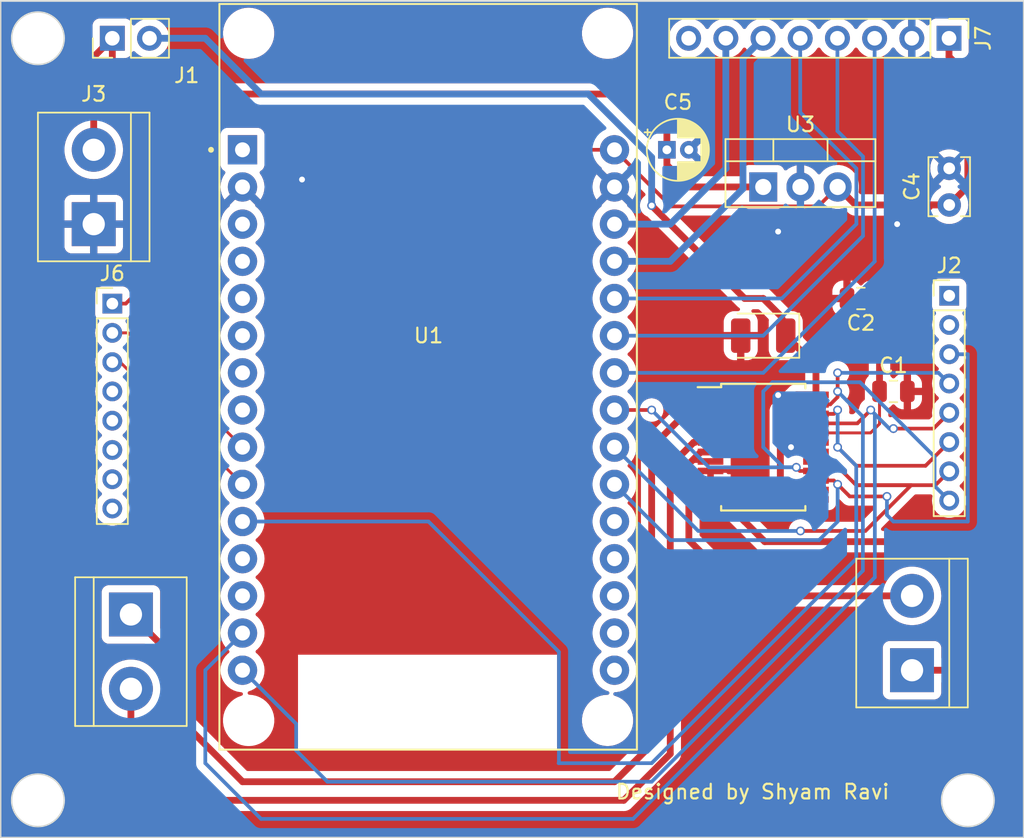
<source format=kicad_pcb>
(kicad_pcb (version 20221018) (generator pcbnew)
  (layers (0 "F.Cu" signal) (31 "B.Cu" signal) (34 "B.Paste" user) (35 "F.Paste" user) (36 "B.SilkS" user "B.Silkscreen") (37 "F.SilkS" user "F.Silkscreen") (38 "B.Mask" user) (39 "F.Mask" user) (44 "Edge.Cuts" user))
  (net 0 "")
  (net 1 "5V")
  (net 2 "GND")
  (net 3 "Net-(J1-Pin_2)")
  (net 4 "V_Batt")
  (net 6 "Net-(J2-Pin_2)")
  (net 7 "PWMB")
  (net 8 "PWMA")
  (net 9 "AIN1")
  (net 10 "AIN2")
  (net 11 "BIN1")
  (net 12 "BIN2")
  (net 13 "Net-(J4-Pin_1)")
  (net 14 "Net-(J4-Pin_2)")
  (net 15 "Net-(J5-Pin_1)")
  (net 16 "Net-(J5-Pin_2)")
  (net 17 "Net-(J6-Pin_2)")
  (net 18 "Net-(J6-Pin_3)")
  (net 19 "3v3")
  (net 24 "IR1")
  (net 25 "IR2")
  (net 26 "Net-(J7-Pin_5)")
  (net 27 "Net-(J7-Pin_6)")
  (net 28 "Net-(J7-Pin_7)")
  (footprint "ESP32-DEVKIT-V1:MODULE_ESP32_DEVKIT_V1" (layer "F.Cu") (at 127 99.335)
    (fp_text reference "U1" (at 0 -2.815) (layer "F.SilkS"))
    (fp_text value "ESP32-DEVKIT-V1")
    (pad "" np_thru_hole circle (at -12.28 -23.475) (size 3 3) (drill 3) (layers "*.Cu" "*.Mask"))
    (pad "" np_thru_hole circle (at -12.28 23.475) (size 3 3) (drill 3) (layers "*.Cu" "*.Mask"))
    (pad "" np_thru_hole circle (at 12.23 -23.475) (size 3 3) (drill 3) (layers "*.Cu" "*.Mask"))
    (pad "" np_thru_hole circle (at 12.23 23.475) (size 3 3) (drill 3) (layers "*.Cu" "*.Mask"))
    (pad "1" thru_hole rect (at -12.7 -15.515) (size 2 2) (drill 1.02) (layers "*.Cu" "*.Mask"))
    (pad "2" thru_hole circle (at -12.7 -12.975) (size 2 2) (drill 1.02) (layers "*.Cu" "*.Mask") (net 2 "GND"))
    (pad "3" thru_hole circle (at -12.7 -10.435) (size 2 2) (drill 1.02) (layers "*.Cu" "*.Mask"))
    (pad "4" thru_hole circle (at -12.7 -7.895) (size 2 2) (drill 1.02) (layers "*.Cu" "*.Mask"))
    (pad "5" thru_hole circle (at -12.7 -5.355) (size 2 2) (drill 1.02) (layers "*.Cu" "*.Mask"))
    (pad "6" thru_hole circle (at -12.7 -2.815) (size 2 2) (drill 1.02) (layers "*.Cu" "*.Mask"))
    (pad "7" thru_hole circle (at -12.7 -0.275) (size 2 2) (drill 1.02) (layers "*.Cu" "*.Mask"))
    (pad "8" thru_hole circle (at -12.7 2.265) (size 2 2) (drill 1.02) (layers "*.Cu" "*.Mask"))
    (pad "9" thru_hole circle (at -12.7 4.805) (size 2 2) (drill 1.02) (layers "*.Cu" "*.Mask") (net 17 "Net-(J6-Pin_2)"))
    (pad "10" thru_hole circle (at -12.7 7.345) (size 2 2) (drill 1.02) (layers "*.Cu" "*.Mask") (net 18 "Net-(J6-Pin_3)"))
    (pad "11" thru_hole circle (at -12.7 9.885) (size 2 2) (drill 1.02) (layers "*.Cu" "*.Mask") (net 10 "AIN2"))
    (pad "12" thru_hole circle (at -12.7 12.425) (size 2 2) (drill 1.02) (layers "*.Cu" "*.Mask"))
    (pad "13" thru_hole circle (at -12.7 14.965) (size 2 2) (drill 1.02) (layers "*.Cu" "*.Mask"))
    (pad "14" thru_hole circle (at -12.7 17.505) (size 2 2) (drill 1.02) (layers "*.Cu" "*.Mask") (net 9 "AIN1"))
    (pad "15" thru_hole circle (at -12.7 20.045) (size 2 2) (drill 1.02) (layers "*.Cu" "*.Mask") (net 8 "PWMA"))
    (pad "16" thru_hole circle (at 12.7 20.045) (size 2 2) (drill 1.02) (layers "*.Cu" "*.Mask"))
    (pad "17" thru_hole circle (at 12.7 17.505) (size 2 2) (drill 1.02) (layers "*.Cu" "*.Mask"))
    (pad "18" thru_hole circle (at 12.7 14.965) (size 2 2) (drill 1.02) (layers "*.Cu" "*.Mask"))
    (pad "19" thru_hole circle (at 12.7 12.425) (size 2 2) (drill 1.02) (layers "*.Cu" "*.Mask"))
    (pad "20" thru_hole circle (at 12.7 9.885) (size 2 2) (drill 1.02) (layers "*.Cu" "*.Mask"))
    (pad "21" thru_hole circle (at 12.7 7.345) (size 2 2) (drill 1.02) (layers "*.Cu" "*.Mask") (net 7 "PWMB"))
    (pad "22" thru_hole circle (at 12.7 4.805) (size 2 2) (drill 1.02) (layers "*.Cu" "*.Mask") (net 11 "BIN1"))
    (pad "23" thru_hole circle (at 12.7 2.265) (size 2 2) (drill 1.02) (layers "*.Cu" "*.Mask") (net 12 "BIN2"))
    (pad "24" thru_hole circle (at 12.7 -0.275) (size 2 2) (drill 1.02) (layers "*.Cu" "*.Mask") (net 24 "IR1"))
    (pad "25" thru_hole circle (at 12.7 -2.815) (size 2 2) (drill 1.02) (layers "*.Cu" "*.Mask") (net 25 "IR2"))
    (pad "26" thru_hole circle (at 12.7 -5.355) (size 2 2) (drill 1.02) (layers "*.Cu" "*.Mask") (net 26 "Net-(J7-Pin_5)"))
    (pad "27" thru_hole circle (at 12.7 -7.895) (size 2 2) (drill 1.02) (layers "*.Cu" "*.Mask") (net 27 "Net-(J7-Pin_6)"))
    (pad "28" thru_hole circle (at 12.7 -10.435) (size 2 2) (drill 1.02) (layers "*.Cu" "*.Mask") (net 28 "Net-(J7-Pin_7)"))
    (pad "29" thru_hole circle (at 12.7 -12.975) (size 2 2) (drill 1.02) (layers "*.Cu" "*.Mask") (net 2 "GND"))
    (pad "30" thru_hole circle (at 12.7 -15.515) (size 2 2) (drill 1.02) (layers "*.Cu" "*.Mask") (net 1 "5V"))
    (zone (net 0) (net_name "") (layer "F.Cu") (connect_pads (clearance 0)) (min_thickness 0.01)
      (keepout (tracks not_allowed) (vias not_allowed) (pads not_allowed) (copperpour not_allowed) (footprints allowed))
      (fill (thermal_gap 0.508) (thermal_bridge_width 0.508))
      (polygon (pts (xy 118.09 118.32) (xy 135.78 118.32) (xy 135.78 124.81) (xy 118.09 124.81)))
    )
    (zone (net 0) (net_name "") (layer "B.Cu") (connect_pads (clearance 0)) (min_thickness 0.01)
      (keepout (tracks not_allowed) (vias not_allowed) (pads not_allowed) (copperpour not_allowed) (footprints allowed))
      (fill (thermal_gap 0.508) (thermal_bridge_width 0.508))
      (polygon (pts (xy 118.09 118.32) (xy 135.78 118.32) (xy 135.78 124.81) (xy 118.09 124.81)))
    )
  )
  (footprint "Connector_PinHeader_2.54mm:PinHeader_1x02_P2.54mm_Vertical" (layer "F.Cu") (at 105.41 76.2 90)
    (fp_text reference "J1" (at -2.54 5.08 180) (layer "F.SilkS"))
    (fp_text value "Conn_01x02_Pin" hide)
    (pad "1" thru_hole rect (at 0 0 90) (size 1.7 1.7) (drill 1) (layers "*.Cu" "*.Mask") (net 4 "V_Batt"))
    (pad "2" thru_hole oval (at 0 2.54 90) (size 1.7 1.7) (drill 1) (layers "*.Cu" "*.Mask") (net 3 "Net-(J1-Pin_2)"))
  )
  (footprint "Capacitor_THT:C_Disc_D3.8mm_W2.6mm_P2.50mm" (layer "F.Cu") (at 162.56 87.59 90)
    (fp_text reference "C4" (at 1.25 -2.55 90) (layer "F.SilkS"))
    (fp_text value "0.1u")
    (pad "1" thru_hole circle (at 0 0 90) (size 1.6 1.6) (drill 0.8) (layers "*.Cu" "*.Mask") (net 1 "5V"))
    (pad "2" thru_hole circle (at 2.5 0 90) (size 1.6 1.6) (drill 0.8) (layers "*.Cu" "*.Mask") (net 2 "GND"))
  )
  (footprint "Connector_PinHeader_2.00mm:PinHeader_1x08_P2.00mm_Vertical" (layer "F.Cu") (at 105.41 94.33)
    (fp_text reference "J6" (at 0 -2.06) (layer "F.SilkS"))
    (fp_text value "Conn_01x08_Pin" hide)
    (pad "1" thru_hole rect (at 0 0) (size 1.35 1.35) (drill 0.8) (layers "*.Cu" "*.Mask") (net 1 "5V"))
    (pad "2" thru_hole oval (at 0 2) (size 1.35 1.35) (drill 0.8) (layers "*.Cu" "*.Mask") (net 17 "Net-(J6-Pin_2)"))
    (pad "3" thru_hole oval (at 0 4) (size 1.35 1.35) (drill 0.8) (layers "*.Cu" "*.Mask") (net 18 "Net-(J6-Pin_3)"))
    (pad "4" thru_hole oval (at 0 6) (size 1.35 1.35) (drill 0.8) (layers "*.Cu" "*.Mask") (net 19 "3v3"))
    (pad "5" thru_hole oval (at 0 8) (size 1.35 1.35) (drill 0.8) (layers "*.Cu" "*.Mask"))
    (pad "6" thru_hole oval (at 0 10) (size 1.35 1.35) (drill 0.8) (layers "*.Cu" "*.Mask"))
    (pad "7" thru_hole oval (at 0 12) (size 1.35 1.35) (drill 0.8) (layers "*.Cu" "*.Mask"))
    (pad "8" thru_hole oval (at 0 14) (size 1.35 1.35) (drill 0.8) (layers "*.Cu" "*.Mask"))
  )
  (footprint "Capacitor_THT:CP_Radial_D4.0mm_P1.50mm" (layer "F.Cu") (at 143.28 83.82)
    (fp_text reference "C5" (at 0.75 -3.25) (layer "F.SilkS"))
    (fp_text value "10uF")
    (pad "1" thru_hole rect (at 0 0) (size 1.2 1.2) (drill 0.6) (layers "*.Cu" "*.Mask") (net 4 "V_Batt"))
    (pad "2" thru_hole circle (at 1.5 0) (size 1.2 1.2) (drill 0.6) (layers "*.Cu" "*.Mask") (net 2 "GND"))
  )
  (footprint "Package_SO:SSOP-24_5.3x8.2mm_P0.65mm" (layer "F.Cu") (at 149.86 104.14)
    (fp_text reference "U2" hide)
    (fp_text value "TB6612FNG")
    (pad "1" smd rect (at -3.6 -3.575) (size 1.75 0.45) (layers "F.Cu" "F.Paste" "F.Mask") (net 13 "Net-(J4-Pin_1)"))
    (pad "2" smd rect (at -3.6 -2.925) (size 1.75 0.45) (layers "F.Cu" "F.Paste" "F.Mask") (net 13 "Net-(J4-Pin_1)"))
    (pad "3" smd rect (at -3.6 -2.275) (size 1.75 0.45) (layers "F.Cu" "F.Paste" "F.Mask") (net 2 "GND"))
    (pad "4" smd rect (at -3.6 -1.625) (size 1.75 0.45) (layers "F.Cu" "F.Paste" "F.Mask") (net 2 "GND"))
    (pad "5" smd rect (at -3.6 -0.975) (size 1.75 0.45) (layers "F.Cu" "F.Paste" "F.Mask") (net 14 "Net-(J4-Pin_2)"))
    (pad "6" smd rect (at -3.6 -0.325) (size 1.75 0.45) (layers "F.Cu" "F.Paste" "F.Mask") (net 14 "Net-(J4-Pin_2)"))
    (pad "7" smd rect (at -3.6 0.325) (size 1.75 0.45) (layers "F.Cu" "F.Paste" "F.Mask") (net 16 "Net-(J5-Pin_2)"))
    (pad "8" smd rect (at -3.6 0.975) (size 1.75 0.45) (layers "F.Cu" "F.Paste" "F.Mask") (net 16 "Net-(J5-Pin_2)"))
    (pad "9" smd rect (at -3.6 1.625) (size 1.75 0.45) (layers "F.Cu" "F.Paste" "F.Mask") (net 2 "GND"))
    (pad "10" smd rect (at -3.6 2.275) (size 1.75 0.45) (layers "F.Cu" "F.Paste" "F.Mask") (net 2 "GND"))
    (pad "11" smd rect (at -3.6 2.925) (size 1.75 0.45) (layers "F.Cu" "F.Paste" "F.Mask") (net 15 "Net-(J5-Pin_1)"))
    (pad "12" smd rect (at -3.6 3.575) (size 1.75 0.45) (layers "F.Cu" "F.Paste" "F.Mask") (net 15 "Net-(J5-Pin_1)"))
    (pad "13" smd rect (at 3.6 3.575) (size 1.75 0.45) (layers "F.Cu" "F.Paste" "F.Mask") (net 3 "Net-(J1-Pin_2)"))
    (pad "14" smd rect (at 3.6 2.925) (size 1.75 0.45) (layers "F.Cu" "F.Paste" "F.Mask") (net 3 "Net-(J1-Pin_2)"))
    (pad "15" smd rect (at 3.6 2.275) (size 1.75 0.45) (layers "F.Cu" "F.Paste" "F.Mask") (net 7 "PWMB"))
    (pad "16" smd rect (at 3.6 1.625) (size 1.75 0.45) (layers "F.Cu" "F.Paste" "F.Mask") (net 12 "BIN2"))
    (pad "17" smd rect (at 3.6 0.975) (size 1.75 0.45) (layers "F.Cu" "F.Paste" "F.Mask") (net 11 "BIN1"))
    (pad "18" smd rect (at 3.6 0.325) (size 1.75 0.45) (layers "F.Cu" "F.Paste" "F.Mask") (net 2 "GND"))
    (pad "19" smd rect (at 3.6 -0.325) (size 1.75 0.45) (layers "F.Cu" "F.Paste" "F.Mask") (net 6 "Net-(J2-Pin_2)"))
    (pad "20" smd rect (at 3.6 -0.975) (size 1.75 0.45) (layers "F.Cu" "F.Paste" "F.Mask") (net 1 "5V"))
    (pad "21" smd rect (at 3.6 -1.625) (size 1.75 0.45) (layers "F.Cu" "F.Paste" "F.Mask") (net 9 "AIN1"))
    (pad "22" smd rect (at 3.6 -2.275) (size 1.75 0.45) (layers "F.Cu" "F.Paste" "F.Mask") (net 10 "AIN2"))
    (pad "23" smd rect (at 3.6 -2.925) (size 1.75 0.45) (layers "F.Cu" "F.Paste" "F.Mask") (net 8 "PWMA"))
    (pad "24" smd rect (at 3.6 -3.575) (size 1.75 0.45) (layers "F.Cu" "F.Paste" "F.Mask") (net 3 "Net-(J1-Pin_2)"))
  )
  (footprint "Capacitor_Tantalum_SMD:CP_EIA-3528-12_Kemet-T" (layer "F.Cu") (at 149.86 96.52 180)
    (fp_text reference "C3" hide)
    (fp_text value "10uF, 20V")
    (pad "1" smd roundrect (at -1.5375 0 180) (size 1.325 2.35) (layers "F.Cu" "F.Paste" "F.Mask") (roundrect_rratio 0.1886792453) (net 3 "Net-(J1-Pin_2)"))
    (pad "2" smd roundrect (at 1.5375 0 180) (size 1.325 2.35) (layers "F.Cu" "F.Paste" "F.Mask") (roundrect_rratio 0.1886792453) (net 2 "GND"))
  )
  (footprint "Capacitor_SMD:C_0805_2012Metric" (layer "F.Cu") (at 158.75 100.33)
    (fp_text reference "C1" (at 0 -1.778) (layer "F.SilkS"))
    (fp_text value "0.1uF")
    (pad "1" smd roundrect (at -0.95 0) (size 1 1.45) (layers "F.Cu" "F.Paste" "F.Mask") (net 1 "5V"))
    (pad "2" smd roundrect (at 0.95 0) (size 1 1.45) (layers "F.Cu" "F.Paste" "F.Mask") (net 2 "GND"))
  )
  (footprint "TerminalBlock:TerminalBlock_bornier-2_P5.08mm" (layer "F.Cu") (at 104.14 88.9 90)
    (fp_text reference "J3" (at 8.89 0 180) (layer "F.SilkS"))
    (fp_text value "Screw_Terminal_01x02" hide)
    (pad "1" thru_hole rect (at 0 0 90) (size 3 3) (drill 1.52) (layers "*.Cu" "*.Mask") (net 2 "GND"))
    (pad "2" thru_hole circle (at 5.08 0 90) (size 3 3) (drill 1.52) (layers "*.Cu" "*.Mask") (net 4 "V_Batt"))
  )
  (footprint "Package_TO_SOT_THT:TO-220-3_Vertical" (layer "F.Cu") (at 149.86 86.36)
    (fp_text reference "U3" (at 2.54 -4.27) (layer "F.SilkS"))
    (fp_text value "LM7805_TO220" hide)
    (pad "1" thru_hole rect (at 0 0) (size 1.905 2) (drill 1.1) (layers "*.Cu" "*.Mask") (net 4 "V_Batt"))
    (pad "2" thru_hole oval (at 2.54 0) (size 1.905 2) (drill 1.1) (layers "*.Cu" "*.Mask") (net 2 "GND"))
    (pad "3" thru_hole oval (at 5.08 0) (size 1.905 2) (drill 1.1) (layers "*.Cu" "*.Mask") (net 1 "5V"))
  )
  (footprint "TerminalBlock:TerminalBlock_bornier-2_P5.08mm" (layer "F.Cu") (at 160.02 119.38 90)
    (fp_text reference "J5" hide)
    (fp_text value "Motor 2")
    (pad "1" thru_hole rect (at 0 0 90) (size 3 3) (drill 1.52) (layers "*.Cu" "*.Mask") (net 15 "Net-(J5-Pin_1)"))
    (pad "2" thru_hole circle (at 5.08 0 90) (size 3 3) (drill 1.52) (layers "*.Cu" "*.Mask") (net 16 "Net-(J5-Pin_2)"))
  )
  (footprint "TerminalBlock:TerminalBlock_bornier-2_P5.08mm" (layer "F.Cu") (at 106.68 115.57 -90)
    (fp_text reference "J4" hide)
    (fp_text value "Motor 1")
    (pad "1" thru_hole rect (at 0 0 270) (size 3 3) (drill 1.52) (layers "*.Cu" "*.Mask") (net 13 "Net-(J4-Pin_1)"))
    (pad "2" thru_hole circle (at 5.08 0 270) (size 3 3) (drill 1.52) (layers "*.Cu" "*.Mask") (net 14 "Net-(J4-Pin_2)"))
  )
  (footprint "Capacitor_SMD:C_0805_2012Metric" (layer "F.Cu") (at 156.53 93.98 180)
    (fp_text reference "C2" (at 0 -1.68) (layer "F.SilkS"))
    (fp_text value "0.1uF")
    (pad "1" smd roundrect (at -0.95 0 180) (size 1 1.45) (layers "F.Cu" "F.Paste" "F.Mask") (net 3 "Net-(J1-Pin_2)"))
    (pad "2" smd roundrect (at 0.95 0 180) (size 1 1.45) (layers "F.Cu" "F.Paste" "F.Mask") (net 2 "GND"))
  )
  (footprint "Connector_PinHeader_2.54mm:PinHeader_1x08_P2.54mm_Vertical" (layer "F.Cu") (at 162.545 76.2 -90)
    (fp_text reference "J7" (at 0 -2.33 -90) (layer "F.SilkS"))
    (fp_text value "IR Sensor")
    (pad "1" thru_hole rect (at 0 0 270) (size 1.7 1.7) (drill 1) (layers "*.Cu" "*.Mask") (net 1 "5V"))
    (pad "2" thru_hole oval (at 0 2.54 270) (size 1.7 1.7) (drill 1) (layers "*.Cu" "*.Mask") (net 2 "GND"))
    (pad "3" thru_hole oval (at 0 5.08 270) (size 1.7 1.7) (drill 1) (layers "*.Cu" "*.Mask") (net 24 "IR1"))
    (pad "4" thru_hole oval (at 0 7.62 270) (size 1.7 1.7) (drill 1) (layers "*.Cu" "*.Mask") (net 25 "IR2"))
    (pad "5" thru_hole oval (at 0 10.16 270) (size 1.7 1.7) (drill 1) (layers "*.Cu" "*.Mask") (net 26 "Net-(J7-Pin_5)"))
    (pad "6" thru_hole oval (at 0 12.7 270) (size 1.7 1.7) (drill 1) (layers "*.Cu" "*.Mask") (net 27 "Net-(J7-Pin_6)"))
    (pad "7" thru_hole oval (at 0 15.24 270) (size 1.7 1.7) (drill 1) (layers "*.Cu" "*.Mask") (net 28 "Net-(J7-Pin_7)"))
    (pad "8" thru_hole oval (at 0 17.78 270) (size 1.7 1.7) (drill 1) (layers "*.Cu" "*.Mask"))
  )
  (footprint "Connector_PinHeader_2.00mm:PinHeader_1x08_P2.00mm_Vertical" (layer "F.Cu") (at 162.56 93.79)
    (fp_text reference "J2" (at 0 -2.06) (layer "F.SilkS"))
    (fp_text value "Conn_01x08_Pin" hide)
    (pad "1" thru_hole rect (at 0 0) (size 1.35 1.35) (drill 0.8) (layers "*.Cu" "*.Mask"))
    (pad "2" thru_hole oval (at 0 2) (size 1.35 1.35) (drill 0.8) (layers "*.Cu" "*.Mask") (net 6 "Net-(J2-Pin_2)"))
    (pad "3" thru_hole oval (at 0 4) (size 1.35 1.35) (drill 0.8) (layers "*.Cu" "*.Mask") (net 7 "PWMB"))
    (pad "4" thru_hole oval (at 0 6) (size 1.35 1.35) (drill 0.8) (layers "*.Cu" "*.Mask") (net 8 "PWMA"))
    (pad "5" thru_hole oval (at 0 8) (size 1.35 1.35) (drill 0.8) (layers "*.Cu" "*.Mask") (net 9 "AIN1"))
    (pad "6" thru_hole oval (at 0 10) (size 1.35 1.35) (drill 0.8) (layers "*.Cu" "*.Mask") (net 10 "AIN2"))
    (pad "7" thru_hole oval (at 0 12) (size 1.35 1.35) (drill 0.8) (layers "*.Cu" "*.Mask") (net 11 "BIN1"))
    (pad "8" thru_hole oval (at 0 14) (size 1.35 1.35) (drill 0.8) (layers "*.Cu" "*.Mask") (net 12 "BIN2"))
  )
  (gr_circle (center 100.33 76.2) (end 99.06 74.93) (stroke (width 0.1)) (fill none) (layer "Edge.Cuts"))
  (gr_circle (center 100.33 128.27) (end 99.06 127) (stroke (width 0.1)) (fill none) (layer "Edge.Cuts"))
  (gr_rect (start 97.79 73.66) (end 167.64 130.81) (stroke (width 0.1)) (fill none) (layer "Edge.Cuts"))
  (gr_circle (center 163.83 128.27) (end 162.56 127) (stroke (width 0.1)) (fill none) (layer "Edge.Cuts"))
  (gr_text "Designed by Shyam Ravi" (at 139.7 128.27) (layer "F.SilkS") (effects (font (size 1 1)) (justify left bottom)))
  (segment (start 113.03 81.28) (end 107.95 86.36) (width 0.254) (layer "F.Cu") (net 1))
  (segment (start 157.8 100.33) (end 157.8 97.47) (width 0.464) (layer "F.Cu") (net 1))
  (segment (start 156.17 87.59) (end 154.94 86.36) (width 0.464) (layer "F.Cu") (net 1))
  (segment (start 157.185 103.165) (end 153.46 103.165) (width 0.2) (layer "F.Cu") (net 1))
  (segment (start 161.33 87.59) (end 162.56 87.59) (width 0.464) (layer "F.Cu") (net 1))
  (segment (start 118.11 81.28) (end 113.03 81.28) (width 0.254) (layer "F.Cu") (net 1))
  (segment (start 107.95 86.36) (end 107.95 92.71) (width 0.254) (layer "F.Cu") (net 1))
  (segment (start 120.65 83.82) (end 118.11 81.28) (width 0.254) (layer "F.Cu") (net 1))
  (segment (start 162.56 87.59) (end 163.83 86.32) (width 0.464) (layer "F.Cu") (net 1))
  (segment (start 160.02 88.9) (end 161.33 87.59) (width 0.464) (layer "F.Cu") (net 1))
  (segment (start 143.567 87.687) (end 153.613 87.687) (width 0.254) (layer "F.Cu") (net 1))
  (segment (start 162.56 87.59) (end 156.17 87.59) (width 0.464) (layer "F.Cu") (net 1))
  (segment (start 106.33 94.33) (end 105.41 94.33) (width 0.254) (layer "F.Cu") (net 1))
  (segment (start 162.545 77.455) (end 162.545 76.2) (width 0.464) (layer "F.Cu") (net 1))
  (segment (start 153.613 87.687) (end 154.94 86.36) (width 0.254) (layer "F.Cu") (net 1))
  (segment (start 107.95 92.71) (end 106.33 94.33) (width 0.254) (layer "F.Cu") (net 1))
  (segment (start 139.7 83.82) (end 120.65 83.82) (width 0.254) (layer "F.Cu") (net 1))
  (segment (start 163.83 78.74) (end 162.545 77.455) (width 0.464) (layer "F.Cu") (net 1))
  (segment (start 139.7 83.82) (end 143.567 87.687) (width 0.254) (layer "F.Cu") (net 1))
  (segment (start 160.02 95.25) (end 160.02 88.9) (width 0.464) (layer "F.Cu") (net 1))
  (segment (start 163.83 86.32) (end 163.83 78.74) (width 0.464) (layer "F.Cu") (net 1))
  (segment (start 157.8 97.47) (end 160.02 95.25) (width 0.464) (layer "F.Cu") (net 1))
  (segment (start 157.8 100.33) (end 157.8 102.55) (width 0.2) (layer "F.Cu") (net 1))
  (segment (start 157.8 102.55) (end 157.185 103.165) (width 0.2) (layer "F.Cu") (net 1))
  (segment (start 148.59 101.6) (end 148.325 101.865) (width 0.254) (layer "F.Cu") (net 2))
  (segment (start 152.0815 104.465) (end 153.46 104.465) (width 0.254) (layer "F.Cu") (net 2))
  (segment (start 148.325 101.865) (end 146.26 101.865) (width 0.254) (layer "F.Cu") (net 2))
  (segment (start 146.26 105.765) (end 147.675 105.765) (width 0.254) (layer "F.Cu") (net 2))
  (segment (start 147.675 102.515) (end 148.59 101.6) (width 0.254) (layer "F.Cu") (net 2))
  (segment (start 148.325 106.415) (end 146.26 106.415) (width 0.254) (layer "F.Cu") (net 2))
  (segment (start 146.26 102.515) (end 147.675 102.515) (width 0.254) (layer "F.Cu") (net 2))
  (segment (start 151.7565 104.14) (end 152.0815 104.465) (width 0.254) (layer "F.Cu") (net 2))
  (segment (start 147.675 105.765) (end 148.325 106.415) (width 0.254) (layer "F.Cu") (net 2))
  (via (at 151.7565 104.14) (size 0.6) (drill 0.4) (layers "F.Cu" "B.Cu") (net 2))
  (via (at 159.004 88.9) (size 0.6) (drill 0.4) (layers "F.Cu" "B.Cu") (net 2))
  (via (at 150.876 89.408) (size 0.6) (drill 0.4) (layers "F.Cu" "B.Cu") (net 2))
  (via (at 150.876 100.584) (size 0.6) (drill 0.4) (layers "F.Cu" "B.Cu") (net 2))
  (via (at 118.364 85.852) (size 0.6) (drill 0.4) (layers "F.Cu" "B.Cu") (net 2))
  (segment (start 152.331 100.565) (end 153.46 100.565) (width 0.254) (layer "F.Cu") (net 3))
  (segment (start 151.0245 106.5745) (end 151.0245 101.6865) (width 0.464) (layer "F.Cu") (net 3))
  (segment (start 151.3975 95.5175) (end 151.3975 96.52) (width 0.254) (layer "F.Cu") (net 3))
  (segment (start 151.13 106.68) (end 151.522 107.072) (width 0.464) (layer "F.Cu") (net 3))
  (segment (start 151.515 107.065) (end 151.13 106.68) (width 0.254) (layer "F.Cu") (net 3))
  (segment (start 157.48 93.98) (end 157.48 94.5625) (width 0.464) (layer "F.Cu") (net 3))
  (segment (start 152.153 100.558) (end 153.46 100.558) (width 0.464) (layer "F.Cu") (net 3))
  (segment (start 142.24 87.63) (end 148.59 93.98) (width 0.464) (layer "F.Cu") (net 3))
  (segment (start 151.13 106.68) (end 151.13 101.766) (width 0.254) (layer "F.Cu") (net 3))
  (segment (start 153.46 107.065) (end 151.515 107.065) (width 0.254) (layer "F.Cu") (net 3))
  (segment (start 157.48 94.5625) (end 153.46 98.5825) (width 0.464) (layer "F.Cu") (net 3))
  (segment (start 149.86 93.98) (end 151.13 95.25) (width 0.464) (layer "F.Cu") (net 3))
  (segment (start 153.46 100.33) (end 153.46 100.565) (width 0.254) (layer "F.Cu") (net 3))
  (segment (start 148.59 93.98) (end 149.86 93.98) (width 0.464) (layer "F.Cu") (net 3))
  (segment (start 151.0245 101.6865) (end 152.153 100.558) (width 0.464) (layer "F.Cu") (net 3))
  (segment (start 153.46 107.715) (end 153.46 107.065) (width 0.254) (layer "F.Cu") (net 3))
  (segment (start 151.13 106.68) (end 151.0245 106.5745) (width 0.464) (layer "F.Cu") (net 3))
  (segment (start 151.13 95.25) (end 151.3975 95.5175) (width 0.254) (layer "F.Cu") (net 3))
  (segment (start 153.46 98.5825) (end 153.46 100.33) (width 0.464) (layer "F.Cu") (net 3))
  (segment (start 151.3975 96.52) (end 153.46 98.5825) (width 0.464) (layer "F.Cu") (net 3))
  (segment (start 151.13 101.766) (end 152.331 100.565) (width 0.254) (layer "F.Cu") (net 3))
  (segment (start 151.522 107.072) (end 153.46 107.072) (width 0.464) (layer "F.Cu") (net 3))
  (via (at 142.24 87.63) (size 0.6) (drill 0.4) (layers "F.Cu" "B.Cu") (net 3))
  (segment (start 137.915154 80.01) (end 137.766662 80.01) (width 0.464) (layer "B.Cu") (net 3))
  (segment (start 137.766662 80.01) (end 115.57 80.01) (width 0.464) (layer "B.Cu") (net 3))
  (segment (start 142.24 87.63) (end 142.24 84.334846) (width 0.464) (layer "B.Cu") (net 3))
  (segment (start 142.24 84.334846) (end 137.915154 80.01) (width 0.464) (layer "B.Cu") (net 3))
  (segment (start 111.76 76.2) (end 107.95 76.2) (width 0.464) (layer "B.Cu") (net 3))
  (segment (start 115.57 80.01) (end 111.76 76.2) (width 0.464) (layer "B.Cu") (net 3))
  (segment (start 140.97 80.01) (end 143.28 82.32) (width 0.464) (layer "F.Cu") (net 4))
  (segment (start 143.28 83.82) (end 143.28 84.86) (width 0.464) (layer "F.Cu") (net 4))
  (segment (start 144.78 86.36) (end 149.86 86.36) (width 0.464) (layer "F.Cu") (net 4))
  (segment (start 105.41 76.2) (end 105.41 78.74) (width 0.464) (layer "F.Cu") (net 4))
  (segment (start 143.28 84.86) (end 144.78 86.36) (width 0.464) (layer "F.Cu") (net 4))
  (segment (start 143.28 82.32) (end 143.28 83.82) (width 0.464) (layer "F.Cu") (net 4))
  (segment (start 105.41 78.74) (end 106.68 80.01) (width 0.464) (layer "F.Cu") (net 4))
  (segment (start 104.14 77.47) (end 105.41 76.2) (width 0.464) (layer "F.Cu") (net 4))
  (segment (start 104.14 83.82) (end 104.14 77.47) (width 0.464) (layer "F.Cu") (net 4))
  (segment (start 106.68 80.01) (end 140.97 80.01) (width 0.464) (layer "F.Cu") (net 4))
  (segment (start 158.306997 107.506997) (end 155.766997 107.506997) (width 0.254) (layer "F.Cu") (net 7))
  (segment (start 154.675 106.415) (end 153.46 106.415) (width 0.254) (layer "F.Cu") (net 7))
  (segment (start 155.766997 107.506997) (end 154.94 106.68) (width 0.254) (layer "F.Cu") (net 7))
  (segment (start 154.94 106.68) (end 154.675 106.415) (width 0.254) (layer "F.Cu") (net 7))
  (via (at 158.306997 107.506997) (size 0.6) (drill 0.4) (layers "F.Cu" "B.Cu") (net 7))
  (via (at 154.94 106.68) (size 0.6) (drill 0.4) (layers "F.Cu" "B.Cu") (net 7))
  (segment (start 158.306997 107.506997) (end 158.306997 108.776997) (width 0.254) (layer "B.Cu") (net 7))
  (segment (start 163.83 109.22) (end 163.83 97.79) (width 0.254) (layer "B.Cu") (net 7))
  (segment (start 153.67 110.49) (end 154.94 109.22) (width 0.254) (layer "B.Cu") (net 7))
  (segment (start 139.7 106.68) (end 143.51 110.49) (width 0.254) (layer "B.Cu") (net 7))
  (segment (start 158.306997 108.776997) (end 158.75 109.22) (width 0.254) (layer "B.Cu") (net 7))
  (segment (start 158.75 109.22) (end 163.83 109.22) (width 0.254) (layer "B.Cu") (net 7))
  (segment (start 154.94 109.22) (end 154.94 106.68) (width 0.254) (layer "B.Cu") (net 7))
  (segment (start 163.83 97.79) (end 162.56 97.79) (width 0.254) (layer "B.Cu") (net 7))
  (segment (start 143.51 110.49) (end 153.67 110.49) (width 0.254) (layer "B.Cu") (net 7))
  (segment (start 154.94 100.713288) (end 154.438288 101.215) (width 0.254) (layer "F.Cu") (net 8))
  (segment (start 154.94 100.33) (end 154.94 100.713288) (width 0.254) (layer "F.Cu") (net 8))
  (segment (start 154.438288 101.215) (end 153.46 101.215) (width 0.254) (layer "F.Cu") (net 8))
  (segment (start 154.94 99.06) (end 154.94 100.33) (width 0.254) (layer "F.Cu") (net 8))
  (via (at 154.94 100.33) (size 0.6) (drill 0.4) (layers "F.Cu" "B.Cu") (net 8))
  (via (at 154.94 99.06) (size 0.6) (drill 0.4) (layers "F.Cu" "B.Cu") (net 8))
  (segment (start 155.583 100.973) (end 154.94 100.33) (width 0.254) (layer "B.Cu") (net 8))
  (segment (start 156.664 102.054) (end 156.21 101.6) (width 0.254) (layer "B.Cu") (net 8))
  (segment (start 142.24 127) (end 156.664 112.576) (width 0.254) (layer "B.Cu") (net 8))
  (segment (start 156.21 101.6) (end 155.583 100.973) (width 0.254) (layer "B.Cu") (net 8))
  (segment (start 161.83 99.06) (end 154.94 99.06) (width 0.254) (layer "B.Cu") (net 8))
  (segment (start 120.100394 127) (end 142.24 127) (width 0.254) (layer "B.Cu") (net 8))
  (segment (start 156.664 112.576) (end 156.664 102.054) (width 0.254) (layer "B.Cu") (net 8))
  (segment (start 162.56 99.79) (end 161.83 99.06) (width 0.254) (layer "B.Cu") (net 8))
  (segment (start 114.3 119.38) (end 117.963 123.043) (width 0.254) (layer "B.Cu") (net 8))
  (segment (start 117.963 124.862606) (end 120.100394 127) (width 0.254) (layer "B.Cu") (net 8))
  (segment (start 117.963 123.043) (end 117.963 124.862606) (width 0.254) (layer "B.Cu") (net 8))
  (segment (start 161.48 102.87) (end 158.75 102.87) (width 0.254) (layer "F.Cu") (net 9))
  (segment (start 162.56 101.79) (end 161.48 102.87) (width 0.254) (layer "F.Cu") (net 9))
  (segment (start 156.2855 102.515) (end 153.46 102.515) (width 0.254) (layer "F.Cu") (net 9))
  (segment (start 157.2005 101.6) (end 156.2855 102.515) (width 0.254) (layer "F.Cu") (net 9))
  (via (at 157.2005 101.6) (size 0.6) (drill 0.4) (layers "F.Cu" "B.Cu") (net 9))
  (via (at 158.75 102.87) (size 0.6) (drill 0.4) (layers "F.Cu" "B.Cu") (net 9))
  (segment (start 158.75 102.87) (end 158.4705 102.87) (width 0.254) (layer "B.Cu") (net 9))
  (segment (start 111.76 119.38) (end 114.3 116.84) (width 0.254) (layer "B.Cu") (net 9))
  (segment (start 111.76 125.73) (end 111.76 119.38) (width 0.254) (layer "B.Cu") (net 9))
  (segment (start 157.48 113.03) (end 140.97 129.54) (width 0.254) (layer "B.Cu") (net 9))
  (segment (start 157.48 101.8795) (end 157.48 113.03) (width 0.254) (layer "B.Cu") (net 9))
  (segment (start 158.4705 102.87) (end 157.2005 101.6) (width 0.254) (layer "B.Cu") (net 9))
  (segment (start 157.2005 101.6) (end 157.48 101.8795) (width 0.254) (layer "B.Cu") (net 9))
  (segment (start 140.97 129.54) (end 115.57 129.54) (width 0.254) (layer "B.Cu") (net 9))
  (segment (start 115.57 129.54) (end 111.76 125.73) (width 0.254) (layer "B.Cu") (net 9))
  (segment (start 154.675 101.865) (end 153.46 101.865) (width 0.254) (layer "F.Cu") (net 10))
  (segment (start 156.21 105.41) (end 160.94 105.41) (width 0.254) (layer "F.Cu") (net 10))
  (segment (start 154.94 101.6) (end 154.675 101.865) (width 0.254) (layer "F.Cu") (net 10))
  (segment (start 160.94 105.41) (end 162.56 103.79) (width 0.254) (layer "F.Cu") (net 10))
  (segment (start 154.94 104.14) (end 156.21 105.41) (width 0.254) (layer "F.Cu") (net 10))
  (via (at 154.94 101.6) (size 0.6) (drill 0.4) (layers "F.Cu" "B.Cu") (net 10))
  (via (at 154.94 104.14) (size 0.6) (drill 0.4) (layers "F.Cu" "B.Cu") (net 10))
  (segment (start 127 109.22) (end 135.907 118.127) (width 0.254) (layer "B.Cu") (net 10))
  (segment (start 142.24 125.73) (end 156.21 111.76) (width 0.254) (layer "B.Cu") (net 10))
  (segment (start 114.3 109.22) (end 127 109.22) (width 0.254) (layer "B.Cu") (net 10))
  (segment (start 156.21 105.41) (end 154.94 104.14) (width 0.254) (layer "B.Cu") (net 10))
  (segment (start 154.94 104.14) (end 154.94 101.6) (width 0.254) (layer "B.Cu") (net 10))
  (segment (start 156.21 111.76) (end 156.21 105.41) (width 0.254) (layer "B.Cu") (net 10))
  (segment (start 135.89 125.73) (end 142.24 125.73) (width 0.254) (layer "B.Cu") (net 10))
  (segment (start 135.907 125.713) (end 135.89 125.73) (width 0.254) (layer "B.Cu") (net 10))
  (segment (start 135.907 118.127) (end 135.907 125.713) (width 0.254) (layer "B.Cu") (net 10))
  (segment (start 156.8365 109.8635) (end 159.964 106.736) (width 0.254) (layer "F.Cu") (net 11))
  (segment (start 154.589 105.115) (end 153.46 105.115) (width 0.254) (layer "F.Cu") (net 11))
  (segment (start 156.21 106.736) (end 154.589 105.115) (width 0.254) (layer "F.Cu") (net 11))
  (segment (start 159.964 106.736) (end 156.21 106.736) (width 0.254) (layer "F.Cu") (net 11))
  (segment (start 161.614 106.736) (end 156.21 106.736) (width 0.254) (layer "F.Cu") (net 11))
  (segment (start 152.4 109.8635) (end 156.8365 109.8635) (width 0.254) (layer "F.Cu") (net 11))
  (segment (start 162.56 105.79) (end 161.614 106.736) (width 0.254) (layer "F.Cu") (net 11))
  (via (at 152.4 109.8635) (size 0.6) (drill 0.4) (layers "F.Cu" "B.Cu") (net 11))
  (segment (start 139.7 104.14) (end 145.4235 109.8635) (width 0.254) (layer "B.Cu") (net 11))
  (segment (start 145.4235 109.8635) (end 152.4 109.8635) (width 0.254) (layer "B.Cu") (net 11))
  (segment (start 153.46 105.765) (end 152.366053 105.765) (width 0.254) (layer "F.Cu") (net 12))
  (segment (start 139.7 101.6) (end 142.24 101.6) (width 0.254) (layer "F.Cu") (net 12))
  (segment (start 152.366053 105.765) (end 152.117823 105.51677) (width 0.254) (layer "F.Cu") (net 12))
  (via (at 142.24 101.6) (size 0.6) (drill 0.4) (layers "F.Cu" "B.Cu") (net 12))
  (via (at 152.117823 105.51677) (size 0.6) (drill 0.4) (layers "F.Cu" "B.Cu") (net 12))
  (segment (start 161.558 106.788) (end 162.56 107.79) (width 0.254) (layer "B.Cu") (net 12))
  (segment (start 152.117823 105.51677) (end 151.23677 105.51677) (width 0.254) (layer "B.Cu") (net 12))
  (segment (start 149.86 104.14) (end 149.86 100.33) (width 0.254) (layer "B.Cu") (net 12))
  (segment (start 152.117823 105.51677) (end 152.117823 105.692177) (width 0.254) (layer "B.Cu") (net 12))
  (segment (start 146.15677 105.51677) (end 152.117823 105.51677) (width 0.254) (layer "B.Cu") (net 12))
  (segment (start 142.24 101.6) (end 146.15677 105.51677) (width 0.254) (layer "B.Cu") (net 12))
  (segment (start 156.469712 99.703) (end 161.558 104.791288) (width 0.254) (layer "B.Cu") (net 12))
  (segment (start 151.23677 105.51677) (end 149.86 104.14) (width 0.254) (layer "B.Cu") (net 12))
  (segment (start 149.86 100.33) (end 150.487 99.703) (width 0.254) (layer "B.Cu") (net 12))
  (segment (start 161.558 104.791288) (end 161.558 106.788) (width 0.254) (layer "B.Cu") (net 12))
  (segment (start 150.487 99.703) (end 156.469712 99.703) (width 0.254) (layer "B.Cu") (net 12))
  (segment (start 109.22 118.11) (end 106.68 115.57) (width 0.464) (layer "F.Cu") (net 13))
  (segment (start 145.185 101.215) (end 146.26 101.215) (width 0.2) (layer "F.Cu") (net 13))
  (segment (start 114.3 127) (end 109.22 121.92) (width 0.464) (layer "F.Cu") (net 13))
  (segment (start 109.22 121.92) (end 109.22 118.11) (width 0.464) (layer "F.Cu") (net 13))
  (segment (start 146.26 100.565) (end 146.26 101.208) (width 0.464) (layer "F.Cu") (net 13))
  (segment (start 145.185 101.215) (end 145.61 101.215) (width 0.254) (layer "F.Cu") (net 13))
  (segment (start 142.24 124.46) (end 139.7 127) (width 0.464) (layer "F.Cu") (net 13))
  (segment (start 139.7 127) (end 114.3 127) (width 0.464) (layer "F.Cu") (net 13))
  (segment (start 146.26 100.565) (end 145.815 100.565) (width 0.464) (layer "F.Cu") (net 13))
  (segment (start 146.26 101.215) (end 145.165 101.215) (width 0.254) (layer "F.Cu") (net 13))
  (segment (start 145.815 100.565) (end 144.78 101.6) (width 0.464) (layer "F.Cu") (net 13))
  (segment (start 145.165 101.215) (end 144.78 101.6) (width 0.254) (layer "F.Cu") (net 13))
  (segment (start 144.78 101.6) (end 142.24 104.14) (width 0.464) (layer "F.Cu") (net 13))
  (segment (start 142.24 104.14) (end 142.24 124.46) (width 0.464) (layer "F.Cu") (net 13))
  (segment (start 145.61 101.215) (end 146.26 100.565) (width 0.254) (layer "F.Cu") (net 13))
  (segment (start 146.26 100.565) (end 146.26 101.215) (width 0.2) (layer "F.Cu") (net 13))
  (segment (start 146.26 103.815) (end 146.26 103.165) (width 0.2) (layer "F.Cu") (net 14))
  (segment (start 145.185 103.815) (end 145.828 103.172) (width 0.464) (layer "F.Cu") (net 14))
  (segment (start 143.51 105.41) (end 143.51 125.095) (width 0.464) (layer "F.Cu") (net 14))
  (segment (start 145.185 103.815) (end 145.105 103.815) (width 0.464) (layer "F.Cu") (net 14))
  (segment (start 146.26 103.815) (end 145.185 103.815) (width 0.2) (layer "F.Cu") (net 14))
  (segment (start 143.51 125.095) (end 140.335 128.27) (width 0.464) (layer "F.Cu") (net 14))
  (segment (start 111.76 128.27) (end 106.68 123.19) (width 0.464) (layer "F.Cu") (net 14))
  (segment (start 145.828 103.172) (end 146.26 103.172) (width 0.464) (layer "F.Cu") (net 14))
  (segment (start 140.335 128.27) (end 111.76 128.27) (width 0.464) (layer "F.Cu") (net 14))
  (segment (start 106.68 123.19) (end 106.68 120.65) (width 0.464) (layer "F.Cu") (net 14))
  (segment (start 145.105 103.815) (end 143.51 105.41) (width 0.464) (layer "F.Cu") (net 14))
  (segment (start 147.085 107.715) (end 146.26 107.715) (width 0.464) (layer "F.Cu") (net 15))
  (segment (start 162.56 119.38) (end 160.02 119.38) (width 0.464) (layer "F.Cu") (net 15))
  (segment (start 146.442 107.072) (end 146.26 107.072) (width 0.464) (layer "F.Cu") (net 15))
  (segment (start 149.9655 110.5955) (end 162.6655 110.5955) (width 0.464) (layer "F.Cu") (net 15))
  (segment (start 149.86 110.49) (end 148.59 109.22) (width 0.464) (layer "F.Cu") (net 15))
  (segment (start 149.86 110.49) (end 149.9655 110.5955) (width 0.464) (layer "F.Cu") (net 15))
  (segment (start 148.59 109.22) (end 146.442 107.072) (width 0.464) (layer "F.Cu") (net 15))
  (segment (start 148.59 109.22) (end 147.085 107.715) (width 0.464) (layer "F.Cu") (net 15))
  (segment (start 147.085 107.715) (end 149.86 110.49) (width 0.254) (layer "F.Cu") (net 15))
  (segment (start 163.83 111.76) (end 163.83 118.11) (width 0.464) (layer "F.Cu") (net 15))
  (segment (start 162.6655 110.5955) (end 163.83 111.76) (width 0.464) (layer "F.Cu") (net 15))
  (segment (start 163.83 118.11) (end 162.56 119.38) (width 0.464) (layer "F.Cu") (net 15))
  (segment (start 146.26 107.065) (end 146.26 107.715) (width 0.2) (layer "F.Cu") (net 15))
  (segment (start 145.075 105.115) (end 144.78 105.41) (width 0.2) (layer "F.Cu") (net 16))
  (segment (start 146.26 104.465) (end 145.725 104.465) (width 0.2) (layer "F.Cu") (net 16))
  (segment (start 144.78 105.41) (end 144.78 105.281) (width 0.464) (layer "F.Cu") (net 16))
  (segment (start 148.59 114.3) (end 160.02 114.3) (width 0.464) (layer "F.Cu") (net 16))
  (segment (start 146.26 105.115) (end 145.075 105.115) (width 0.2) (layer "F.Cu") (net 16))
  (segment (start 145.725 104.465) (end 144.78 105.41) (width 0.2) (layer "F.Cu") (net 16))
  (segment (start 145.589 104.472) (end 146.26 104.472) (width 0.464) (layer "F.Cu") (net 16))
  (segment (start 144.78 110.49) (end 148.59 114.3) (width 0.464) (layer "F.Cu") (net 16))
  (segment (start 144.78 105.41) (end 144.78 110.49) (width 0.464) (layer "F.Cu") (net 16))
  (segment (start 144.78 105.281) (end 145.589 104.472) (width 0.464) (layer "F.Cu") (net 16))
  (segment (start 106.49 96.33) (end 105.41 96.33) (width 0.2) (layer "F.Cu") (net 17))
  (segment (start 114.3 104.14) (end 106.49 96.33) (width 0.2) (layer "F.Cu") (net 17))
  (segment (start 114.3 106.68) (end 105.95 98.33) (width 0.2) (layer "F.Cu") (net 18))
  (segment (start 105.95 98.33) (end 105.41 98.33) (width 0.2) (layer "F.Cu") (net 18))
  (segment (start 157.465 91.425) (end 157.465 76.2) (width 0.254) (layer "B.Cu") (net 24))
  (segment (start 149.86 99.06) (end 157.48 91.44) (width 0.254) (layer "B.Cu") (net 24))
  (segment (start 157.48 91.44) (end 157.465 91.425) (width 0.254) (layer "B.Cu") (net 24))
  (segment (start 139.7 99.06) (end 149.86 99.06) (width 0.254) (layer "B.Cu") (net 24))
  (segment (start 154.925 76.2) (end 154.94 76.2) (width 0.2) (layer "F.Cu") (net 25))
  (segment (start 156.6735 84.2835) (end 156.6735 89.7065) (width 0.254) (layer "B.Cu") (net 25))
  (segment (start 154.925 82.535) (end 156.6735 84.2835) (width 0.254) (layer "B.Cu") (net 25))
  (segment (start 149.86 96.52) (end 139.7 96.52) (width 0.254) (layer "B.Cu") (net 25))
  (segment (start 154.925 76.2) (end 154.925 82.535) (width 0.254) (layer "B.Cu") (net 25))
  (segment (start 156.6735 89.7065) (end 149.86 96.52) (width 0.254) (layer "B.Cu") (net 25))
  (segment (start 151.13 93.98) (end 156.2195 88.8905) (width 0.254) (layer "B.Cu") (net 26))
  (segment (start 139.7 93.98) (end 151.13 93.98) (width 0.254) (layer "B.Cu") (net 26))
  (segment (start 156.2195 85.0995) (end 152.385 81.265) (width 0.254) (layer "B.Cu") (net 26))
  (segment (start 156.2195 88.8905) (end 156.2195 85.0995) (width 0.254) (layer "B.Cu") (net 26))
  (segment (start 152.385 81.265) (end 152.385 76.2) (width 0.254) (layer "B.Cu") (net 26))
  (segment (start 148.4755 77.5695) (end 148.4755 86.4745) (width 0.464) (layer "B.Cu") (net 27))
  (segment (start 143.51 91.44) (end 139.7 91.44) (width 0.464) (layer "B.Cu") (net 27))
  (segment (start 149.845 76.2) (end 148.4755 77.5695) (width 0.464) (layer "B.Cu") (net 27))
  (segment (start 148.4755 86.4745) (end 143.51 91.44) (width 0.464) (layer "B.Cu") (net 27))
  (segment (start 147.305 76.2) (end 147.305 85.075) (width 0.464) (layer "B.Cu") (net 28))
  (segment (start 147.305 85.075) (end 147.32 85.09) (width 0.464) (layer "B.Cu") (net 28))
  (segment (start 147.32 85.09) (end 143.51 88.9) (width 0.464) (layer "B.Cu") (net 28))
  (segment (start 143.51 88.9) (end 139.7 88.9) (width 0.464) (layer "B.Cu") (net 28))
  (zone (net 2) (net_name "GND") (layers "F&B.Cu") (priority 2) (connect_pads (clearance 0.5)) (min_thickness 0.25) (fill yes (thermal_gap 0.5) (thermal_bridge_width 0.5))
    (polygon (pts (xy 97.79 73.66) (xy 97.79 130.81) (xy 167.64 130.81) (xy 167.64 73.66)))
  )
)
</source>
